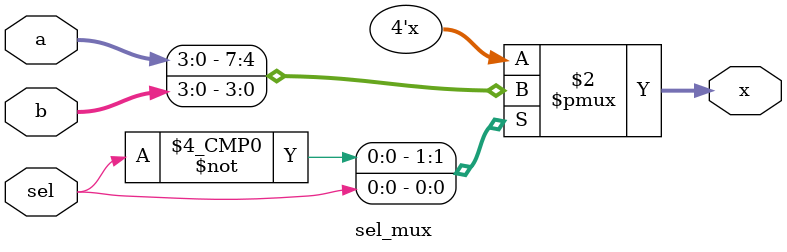
<source format=sv>
module sel_mux (
    input logic [3:0] a,
    b,
    input logic sel,
    output logic [3:0] x
);

  always_comb begin
    case (sel)
      0: begin
        x = a;
      end
      1: begin
        x = b;
      end
    endcase
  end

endmodule

</source>
